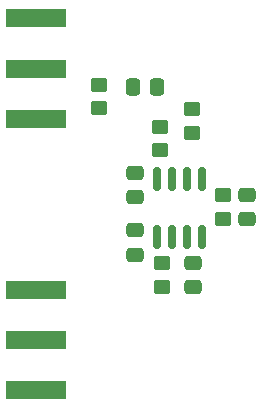
<source format=gtp>
%TF.GenerationSoftware,KiCad,Pcbnew,6.0.4-6f826c9f35~116~ubuntu20.04.1*%
%TF.CreationDate,2022-04-28T13:53:23-05:00*%
%TF.ProjectId,opamp_inverting_single,6f70616d-705f-4696-9e76-657274696e67,1.0*%
%TF.SameCoordinates,Original*%
%TF.FileFunction,Paste,Top*%
%TF.FilePolarity,Positive*%
%FSLAX46Y46*%
G04 Gerber Fmt 4.6, Leading zero omitted, Abs format (unit mm)*
G04 Created by KiCad (PCBNEW 6.0.4-6f826c9f35~116~ubuntu20.04.1) date 2022-04-28 13:53:23*
%MOMM*%
%LPD*%
G01*
G04 APERTURE LIST*
G04 Aperture macros list*
%AMRoundRect*
0 Rectangle with rounded corners*
0 $1 Rounding radius*
0 $2 $3 $4 $5 $6 $7 $8 $9 X,Y pos of 4 corners*
0 Add a 4 corners polygon primitive as box body*
4,1,4,$2,$3,$4,$5,$6,$7,$8,$9,$2,$3,0*
0 Add four circle primitives for the rounded corners*
1,1,$1+$1,$2,$3*
1,1,$1+$1,$4,$5*
1,1,$1+$1,$6,$7*
1,1,$1+$1,$8,$9*
0 Add four rect primitives between the rounded corners*
20,1,$1+$1,$2,$3,$4,$5,0*
20,1,$1+$1,$4,$5,$6,$7,0*
20,1,$1+$1,$6,$7,$8,$9,0*
20,1,$1+$1,$8,$9,$2,$3,0*%
G04 Aperture macros list end*
%ADD10RoundRect,0.150000X-0.150000X0.825000X-0.150000X-0.825000X0.150000X-0.825000X0.150000X0.825000X0*%
%ADD11RoundRect,0.250000X-0.450000X0.350000X-0.450000X-0.350000X0.450000X-0.350000X0.450000X0.350000X0*%
%ADD12RoundRect,0.250000X0.450000X-0.350000X0.450000X0.350000X-0.450000X0.350000X-0.450000X-0.350000X0*%
%ADD13R,5.080000X1.500000*%
%ADD14RoundRect,0.250000X-0.475000X0.337500X-0.475000X-0.337500X0.475000X-0.337500X0.475000X0.337500X0*%
%ADD15RoundRect,0.250000X0.475000X-0.337500X0.475000X0.337500X-0.475000X0.337500X-0.475000X-0.337500X0*%
%ADD16RoundRect,0.250000X-0.337500X-0.475000X0.337500X-0.475000X0.337500X0.475000X-0.337500X0.475000X0*%
G04 APERTURE END LIST*
D10*
%TO.C,U1*%
X158829989Y-85124989D03*
X157559989Y-85124989D03*
X156289989Y-85124989D03*
X155019989Y-85124989D03*
X155019989Y-90074989D03*
X156289989Y-90074989D03*
X157559989Y-90074989D03*
X158829989Y-90074989D03*
%TD*%
D11*
%TO.C,R5*%
X155499989Y-92274989D03*
X155499989Y-94274989D03*
%TD*%
%TO.C,R4*%
X160649989Y-86524989D03*
X160649989Y-88524989D03*
%TD*%
D12*
%TO.C,R3*%
X155324989Y-80724989D03*
X155324989Y-82724989D03*
%TD*%
D11*
%TO.C,R2*%
X157999989Y-79224989D03*
X157999989Y-81224989D03*
%TD*%
D12*
%TO.C,R1*%
X150150000Y-77175000D03*
X150150000Y-79175000D03*
%TD*%
D13*
%TO.C,J2*%
X144824989Y-98799989D03*
X144824989Y-94549989D03*
X144824989Y-103049989D03*
%TD*%
%TO.C,J1*%
X144824989Y-75799989D03*
X144824989Y-71549989D03*
X144824989Y-80049989D03*
%TD*%
D14*
%TO.C,C7*%
X153174989Y-89487489D03*
X153174989Y-91562489D03*
%TD*%
%TO.C,C5*%
X153149989Y-86712489D03*
X153149989Y-84637489D03*
%TD*%
D15*
%TO.C,C3*%
X158074989Y-94312489D03*
X158074989Y-92237489D03*
%TD*%
D14*
%TO.C,C2*%
X162649989Y-88562489D03*
X162649989Y-86487489D03*
%TD*%
D16*
%TO.C,C1*%
X155075000Y-77400000D03*
X153000000Y-77400000D03*
%TD*%
M02*

</source>
